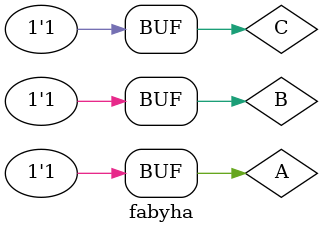
<source format=v>
`include"fafa.v"
module fabyha;
reg A,B,C;
wire Sum,Carry;

fa i(Sum,Carry,A,B,C);
initial begin
	A=0;B=0;C=0;
#1	A=0;B=0;C=1;
#1	A=0;B=1;C=0;
#1	A=0;B=1;C=1;
#1	A=1;B=0;C=0;
#1	A=1;B=0;C=1;
#1	A=1;B=1;C=0;
#1	A=1;B=1;C=1;

end

initial begin
$monitor("A=%d B=%d Cin=%d S=%d Cout=%d",A,B,C,Sum,Carry);
end
endmodule


</source>
